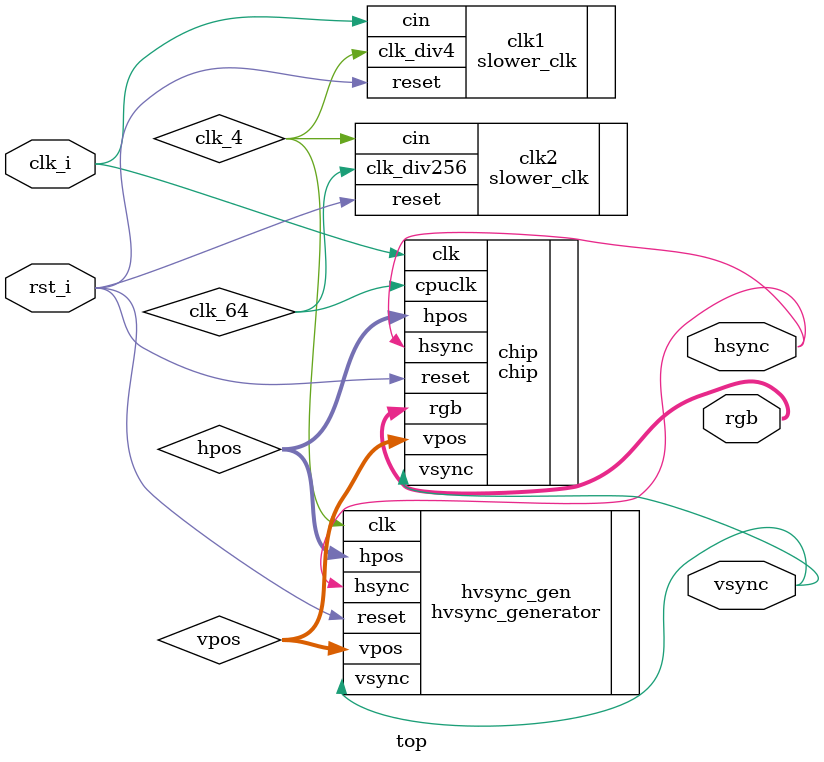
<source format=sv>
`include "chip.sv"
`include "por.sv"
`include "slower_clk.sv"

module top(input logic clk_i, input logic rst_i, 
           output logic hsync, output logic vsync, output logic [23:0] rgb);
  localparam WIDTH = 320, HEIGHT = 240;

  logic       clk_4;
  logic       clk_64;
  logic [7:0] hpos;
  logic [6:0] vpos;
    
  /* verilator lint_off PINMISSING */
  slower_clk clk1(.cin(clk_i), .clk_div4(clk_4), .reset(rst_i));
  slower_clk clk2(.cin(clk_4), .clk_div256(clk_64), .reset(rst_i));

  hvsync_generator hvsync_gen(.clk(clk_4), .reset(rst_i), .hsync, .vsync, .hpos, .vpos);
  chip #(.RED(8), .GREEN(8), .BLUE(8), .FILE("palette888.bin")) chip(.clk(clk_i), .cpuclk(clk_64), .reset(rst_i), .vsync, .hsync, .vpos, .hpos, .rgb);
endmodule

</source>
